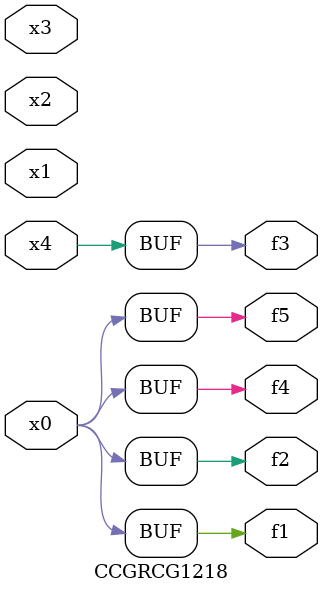
<source format=v>
module CCGRCG1218(
	input x0, x1, x2, x3, x4,
	output f1, f2, f3, f4, f5
);
	assign f1 = x0;
	assign f2 = x0;
	assign f3 = x4;
	assign f4 = x0;
	assign f5 = x0;
endmodule

</source>
